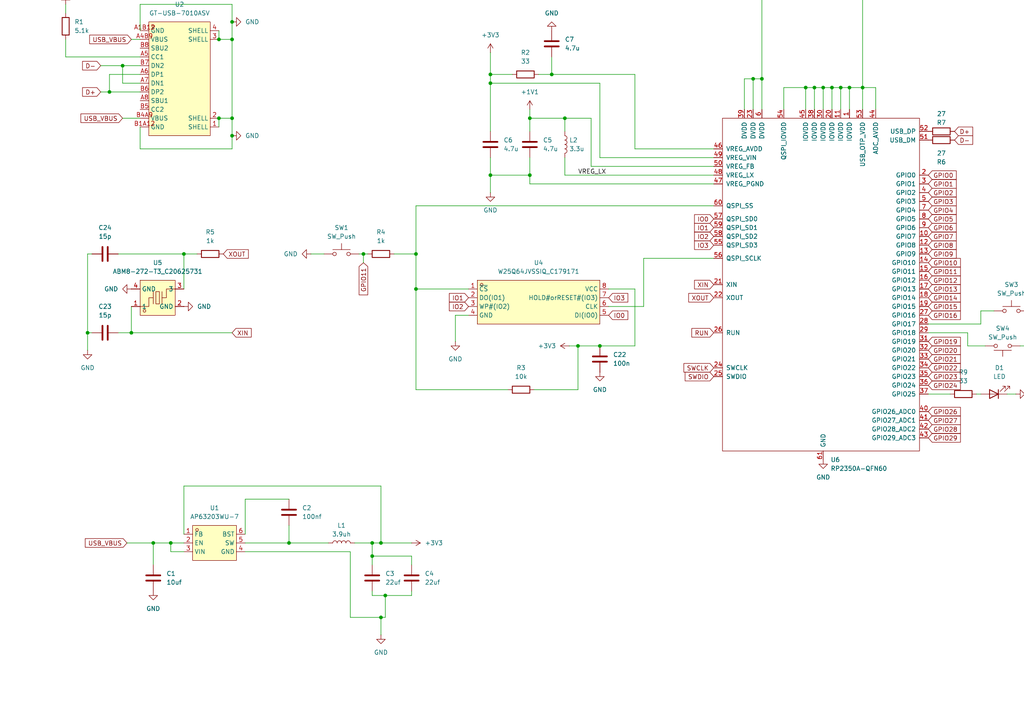
<source format=kicad_sch>
(kicad_sch (version 20250114) (generator "eeschema") (generator_version "9.0")
  (paper "A4")
  (junction (at 63.5 11.43))
  (junction (at 142.24 21.59))
  (junction (at 160.02 21.59))
  (junction (at 377.19 -20.32))
  (junction (at 142.24 24.13))
  (junction (at 107.95 157.48))
  (junction (at 120.65 73.66))
  (junction (at 173.99 100.33))
  (junction (at 238.76 25.4))
  (junction (at 105.41 73.66))
  (junction (at 63.5 34.29))
  (junction (at 31.75 26.67))
  (junction (at 67.31 34.29))
  (junction (at 153.67 50.8))
  (junction (at 35.56 19.05))
  (junction (at 167.64 100.33))
  (junction (at 111.76 172.72))
  (junction (at 53.34 73.66))
  (junction (at 250.19 25.4))
  (junction (at 331.47 -20.32))
  (junction (at 49.53 157.48))
  (junction (at 67.31 6.35))
  (junction (at 107.95 161.29))
  (junction (at 354.33 -20.32))
  (junction (at 331.47 -27.94))
  (junction (at 83.82 157.48))
  (junction (at 297.18 -20.32))
  (junction (at 354.33 -27.94))
  (junction (at 365.76 -27.94))
  (junction (at 38.1 96.52))
  (junction (at 25.4 96.52))
  (junction (at 205.74 -25.4))
  (junction (at 342.9 -20.32))
  (junction (at 120.65 83.82))
  (junction (at 342.9 -27.94))
  (junction (at 110.49 157.48))
  (junction (at 255.27 -26.67))
  (junction (at 241.3 25.4))
  (junction (at 308.61 -20.32))
  (junction (at 320.04 -27.94))
  (junction (at 320.04 -20.32))
  (junction (at 142.24 50.8))
  (junction (at 220.98 22.86))
  (junction (at 205.74 -44.45))
  (junction (at 193.04 -25.4))
  (junction (at 308.61 -27.94))
  (junction (at 243.84 25.4))
  (junction (at 236.22 25.4))
  (junction (at 44.45 157.48))
  (junction (at 238.76 -44.45))
  (junction (at 163.83 34.29))
  (junction (at 67.31 11.43))
  (junction (at 246.38 25.4))
  (junction (at 274.32 -27.94))
  (junction (at 110.49 179.07))
  (junction (at 218.44 22.86))
  (junction (at 365.76 -20.32))
  (junction (at 67.31 39.37))
  (junction (at 297.18 -27.94))
  (junction (at 153.67 34.29))
  (junction (at 218.44 -44.45))
  (junction (at 233.68 25.4))
  (wire (pts (xy 132.08 91.44) (xy 135.89 91.44)))
  (wire (pts (xy 38.1 96.52) (xy 38.1 88.9)))
  (wire (pts (xy 274.32 -20.32) (xy 297.18 -20.32)))
  (wire (pts (xy 142.24 50.8) (xy 142.24 45.72)))
  (wire (pts (xy 120.65 59.69) (xy 207.01 59.69)))
  (wire (pts (xy 29.21 19.05) (xy 35.56 19.05)))
  (wire (pts (xy 254 25.4) (xy 254 31.75)))
  (wire (pts (xy 205.74 -44.45) (xy 193.04 -44.45)))
  (wire (pts (xy 71.12 160.02) (xy 101.6 160.02)))
  (wire (pts (xy 205.74 -44.45) (xy 205.74 -36.83)))
  (wire (pts (xy 176.53 83.82) (xy 184.15 83.82)))
  (wire (pts (xy 160.02 21.59) (xy 184.15 21.59)))
  (wire (pts (xy 71.12 144.78) (xy 83.82 144.78)))
  (wire (pts (xy 119.38 163.83) (xy 119.38 161.29)))
  (wire (pts (xy 35.56 34.29) (xy 40.64 34.29)))
  (wire (pts (xy 165.1 100.33) (xy 167.64 100.33)))
  (wire (pts (xy 67.31 34.29) (xy 63.5 34.29)))
  (wire (pts (xy 342.9 -27.94) (xy 354.33 -27.94)))
  (wire (pts (xy 67.31 39.37) (xy 67.31 34.29)))
  (wire (pts (xy 40.64 8.89) (xy 40.64 1.27)))
  (wire (pts (xy 283.21 114.3) (xy 284.48 114.3)))
  (wire (pts (xy 107.95 172.72) (xy 107.95 171.45)))
  (wire (pts (xy 238.76 -44.45) (xy 218.44 -44.45)))
  (wire (pts (xy 215.9 31.75) (xy 215.9 22.86)))
  (wire (pts (xy 320.04 -27.94) (xy 331.47 -27.94)))
  (wire (pts (xy 142.24 15.24) (xy 142.24 21.59)))
  (wire (pts (xy 238.76 25.4) (xy 241.3 25.4)))
  (wire (pts (xy 153.67 50.8) (xy 142.24 50.8)))
  (wire (pts (xy 354.33 -27.94) (xy 365.76 -27.94)))
  (wire (pts (xy 19.05 1.27) (xy 19.05 3.81)))
  (wire (pts (xy 207.01 74.93) (xy 186.69 74.93)))
  (wire (pts (xy 205.74 -25.4) (xy 193.04 -25.4)))
  (wire (pts (xy 167.64 113.03) (xy 167.64 100.33)))
  (wire (pts (xy 331.47 -27.94) (xy 342.9 -27.94)))
  (wire (pts (xy 171.45 48.26) (xy 207.01 48.26)))
  (wire (pts (xy 153.67 53.34) (xy 153.67 50.8)))
  (wire (pts (xy 101.6 179.07) (xy 110.49 179.07)))
  (wire (pts (xy 40.64 24.13) (xy 35.56 24.13)))
  (wire (pts (xy 107.95 161.29) (xy 107.95 163.83)))
  (wire (pts (xy 284.48 90.17) (xy 284.48 93.98)))
  (wire (pts (xy 40.64 1.27) (xy 67.31 1.27)))
  (wire (pts (xy 67.31 1.27) (xy 67.31 6.35)))
  (wire (pts (xy 184.15 83.82) (xy 184.15 100.33)))
  (wire (pts (xy 142.24 24.13) (xy 142.24 38.1)))
  (wire (pts (xy 280.67 96.52) (xy 269.24 96.52)))
  (wire (pts (xy 270.51 -26.67) (xy 270.51 -27.94)))
  (wire (pts (xy 205.74 -29.21) (xy 205.74 -25.4)))
  (wire (pts (xy 388.62 -20.32) (xy 388.62 -16.51)))
  (wire (pts (xy 110.49 157.48) (xy 119.38 157.48)))
  (wire (pts (xy 207.01 45.72) (xy 173.99 45.72)))
  (wire (pts (xy 184.15 43.18) (xy 184.15 21.59)))
  (wire (pts (xy 83.82 157.48) (xy 95.25 157.48)))
  (wire (pts (xy 25.4 96.52) (xy 25.4 73.66)))
  (wire (pts (xy 63.5 34.29) (xy 63.5 36.83)))
  (wire (pts (xy 142.24 50.8) (xy 142.24 55.88)))
  (wire (pts (xy 255.27 -26.67) (xy 270.51 -26.67)))
  (wire (pts (xy 107.95 157.48) (xy 110.49 157.48)))
  (wire (pts (xy 220.98 22.86) (xy 220.98 -8.89)))
  (wire (pts (xy 218.44 -44.45) (xy 218.44 -36.83)))
  (wire (pts (xy 53.34 83.82) (xy 53.34 73.66)))
  (wire (pts (xy 107.95 157.48) (xy 102.87 157.48)))
  (wire (pts (xy 207.01 53.34) (xy 153.67 53.34)))
  (wire (pts (xy 233.68 25.4) (xy 236.22 25.4)))
  (wire (pts (xy 163.83 50.8) (xy 207.01 50.8)))
  (wire (pts (xy 167.64 100.33) (xy 173.99 100.33)))
  (wire (pts (xy 250.19 25.4) (xy 250.19 -26.67)))
  (wire (pts (xy 111.76 172.72) (xy 107.95 172.72)))
  (wire (pts (xy 294.64 114.3) (xy 292.1 114.3)))
  (wire (pts (xy 142.24 21.59) (xy 148.59 21.59)))
  (wire (pts (xy 132.08 99.06) (xy 132.08 91.44)))
  (wire (pts (xy 193.04 -25.4) (xy 193.04 -29.21)))
  (wire (pts (xy 40.64 43.18) (xy 67.31 43.18)))
  (wire (pts (xy 40.64 16.51) (xy 19.05 16.51)))
  (wire (pts (xy 331.47 -20.32) (xy 342.9 -20.32)))
  (wire (pts (xy 53.34 140.97) (xy 110.49 140.97)))
  (wire (pts (xy 298.45 90.17) (xy 303.53 90.17)))
  (wire (pts (xy 238.76 -8.89) (xy 238.76 -44.45)))
  (wire (pts (xy 156.21 21.59) (xy 160.02 21.59)))
  (wire (pts (xy 19.05 16.51) (xy 19.05 11.43)))
  (wire (pts (xy 255.27 -27.94) (xy 255.27 -26.67)))
  (wire (pts (xy 354.33 -20.32) (xy 365.76 -20.32)))
  (wire (pts (xy 67.31 96.52) (xy 38.1 96.52)))
  (wire (pts (xy 44.45 157.48) (xy 44.45 163.83)))
  (wire (pts (xy 63.5 11.43) (xy 67.31 11.43)))
  (wire (pts (xy 284.48 93.98) (xy 269.24 93.98)))
  (wire (pts (xy 284.48 90.17) (xy 288.29 90.17)))
  (wire (pts (xy 53.34 157.48) (xy 49.53 157.48)))
  (wire (pts (xy 34.29 73.66) (xy 53.34 73.66)))
  (wire (pts (xy 120.65 83.82) (xy 120.65 113.03)))
  (wire (pts (xy 218.44 22.86) (xy 218.44 31.75)))
  (wire (pts (xy 110.49 179.07) (xy 110.49 184.15)))
  (wire (pts (xy 173.99 45.72) (xy 173.99 24.13)))
  (wire (pts (xy 25.4 96.52) (xy 25.4 101.6)))
  (wire (pts (xy 83.82 157.48) (xy 83.82 152.4)))
  (wire (pts (xy 365.76 -20.32) (xy 377.19 -20.32)))
  (wire (pts (xy 207.01 43.18) (xy 184.15 43.18)))
  (wire (pts (xy 35.56 24.13) (xy 35.56 19.05)))
  (wire (pts (xy 215.9 22.86) (xy 218.44 22.86)))
  (wire (pts (xy 173.99 24.13) (xy 142.24 24.13)))
  (wire (pts (xy 53.34 154.94) (xy 53.34 140.97)))
  (wire (pts (xy 31.75 21.59) (xy 31.75 26.67)))
  (wire (pts (xy 67.31 43.18) (xy 67.31 39.37)))
  (wire (pts (xy 31.75 26.67) (xy 40.64 26.67)))
  (wire (pts (xy 218.44 -25.4) (xy 205.74 -25.4)))
  (wire (pts (xy 365.76 -27.94) (xy 377.19 -27.94)))
  (wire (pts (xy 90.17 73.66) (xy 93.98 73.66)))
  (wire (pts (xy 227.33 31.75) (xy 227.33 25.4)))
  (wire (pts (xy 238.76 25.4) (xy 236.22 25.4)))
  (wire (pts (xy 160.02 21.59) (xy 160.02 16.51)))
  (wire (pts (xy 119.38 172.72) (xy 119.38 171.45)))
  (wire (pts (xy 297.18 -20.32) (xy 308.61 -20.32)))
  (wire (pts (xy 67.31 11.43) (xy 67.31 34.29)))
  (wire (pts (xy 342.9 -20.32) (xy 354.33 -20.32)))
  (wire (pts (xy 270.51 -27.94) (xy 274.32 -27.94)))
  (wire (pts (xy 71.12 157.48) (xy 83.82 157.48)))
  (wire (pts (xy 104.14 73.66) (xy 105.41 73.66)))
  (wire (pts (xy 105.41 73.66) (xy 105.41 76.2)))
  (wire (pts (xy 236.22 25.4) (xy 236.22 31.75)))
  (wire (pts (xy 193.04 -44.45) (xy 193.04 -36.83)))
  (wire (pts (xy 218.44 -44.45) (xy 205.74 -44.45)))
  (wire (pts (xy 163.83 34.29) (xy 163.83 38.1)))
  (wire (pts (xy 250.19 -26.67) (xy 255.27 -26.67)))
  (wire (pts (xy 49.53 157.48) (xy 44.45 157.48)))
  (wire (pts (xy 153.67 38.1) (xy 153.67 34.29)))
  (wire (pts (xy 153.67 31.75) (xy 153.67 34.29)))
  (wire (pts (xy 26.67 96.52) (xy 25.4 96.52)))
  (wire (pts (xy 153.67 45.72) (xy 153.67 50.8)))
  (wire (pts (xy 275.59 114.3) (xy 269.24 114.3)))
  (wire (pts (xy 38.1 96.52) (xy 34.29 96.52)))
  (wire (pts (xy 153.67 34.29) (xy 163.83 34.29)))
  (wire (pts (xy 120.65 113.03) (xy 147.32 113.03)))
  (wire (pts (xy 186.69 88.9) (xy 176.53 88.9)))
  (wire (pts (xy 280.67 100.33) (xy 280.67 96.52)))
  (wire (pts (xy 120.65 73.66) (xy 120.65 83.82)))
  (wire (pts (xy 105.41 73.66) (xy 106.68 73.66)))
  (wire (pts (xy 142.24 21.59) (xy 142.24 24.13)))
  (wire (pts (xy 246.38 25.4) (xy 250.19 25.4)))
  (wire (pts (xy 171.45 34.29) (xy 171.45 48.26)))
  (wire (pts (xy 29.21 26.67) (xy 31.75 26.67)))
  (wire (pts (xy 241.3 25.4) (xy 243.84 25.4)))
  (wire (pts (xy 233.68 25.4) (xy 233.68 31.75)))
  (wire (pts (xy 49.53 160.02) (xy 49.53 157.48)))
  (wire (pts (xy 119.38 172.72) (xy 111.76 172.72)))
  (wire (pts (xy 154.94 113.03) (xy 167.64 113.03)))
  (wire (pts (xy 101.6 160.02) (xy 101.6 179.07)))
  (wire (pts (xy 40.64 36.83) (xy 40.64 43.18)))
  (wire (pts (xy 25.4 73.66) (xy 26.67 73.66)))
  (wire (pts (xy 120.65 73.66) (xy 120.65 59.69)))
  (wire (pts (xy 297.18 -27.94) (xy 308.61 -27.94)))
  (wire (pts (xy 107.95 157.48) (xy 107.95 161.29)))
  (wire (pts (xy 36.83 157.48) (xy 44.45 157.48)))
  (wire (pts (xy 63.5 8.89) (xy 63.5 11.43)))
  (wire (pts (xy 246.38 25.4) (xy 246.38 31.75)))
  (wire (pts (xy 250.19 25.4) (xy 250.19 31.75)))
  (wire (pts (xy 111.76 172.72) (xy 111.76 179.07)))
  (wire (pts (xy 218.44 -29.21) (xy 218.44 -25.4)))
  (wire (pts (xy 243.84 25.4) (xy 243.84 31.75)))
  (wire (pts (xy 71.12 154.94) (xy 71.12 144.78)))
  (wire (pts (xy 280.67 100.33) (xy 285.75 100.33)))
  (wire (pts (xy 53.34 160.02) (xy 49.53 160.02)))
  (wire (pts (xy 220.98 -8.89) (xy 238.76 -8.89)))
  (wire (pts (xy 377.19 -20.32) (xy 388.62 -20.32)))
  (wire (pts (xy 186.69 -25.4) (xy 193.04 -25.4)))
  (wire (pts (xy 135.89 83.82) (xy 120.65 83.82)))
  (wire (pts (xy 238.76 31.75) (xy 238.76 25.4)))
  (wire (pts (xy 53.34 73.66) (xy 57.15 73.66)))
  (wire (pts (xy 163.83 45.72) (xy 163.83 50.8)))
  (wire (pts (xy 218.44 22.86) (xy 220.98 22.86)))
  (wire (pts (xy 173.99 100.33) (xy 184.15 100.33)))
  (wire (pts (xy 238.76 -50.8) (xy 238.76 -44.45)))
  (wire (pts (xy 38.1 11.43) (xy 40.64 11.43)))
  (wire (pts (xy 308.61 -27.94) (xy 320.04 -27.94)))
  (wire (pts (xy 119.38 161.29) (xy 107.95 161.29)))
  (wire (pts (xy 241.3 25.4) (xy 241.3 31.75)))
  (wire (pts (xy 220.98 31.75) (xy 220.98 22.86)))
  (wire (pts (xy 274.32 -27.94) (xy 297.18 -27.94)))
  (wire (pts (xy 186.69 74.93) (xy 186.69 88.9)))
  (wire (pts (xy 40.64 21.59) (xy 31.75 21.59)))
  (wire (pts (xy 110.49 140.97) (xy 110.49 157.48)))
  (wire (pts (xy 295.91 100.33) (xy 299.72 100.33)))
  (wire (pts (xy 320.04 -20.32) (xy 331.47 -20.32)))
  (wire (pts (xy 250.19 25.4) (xy 254 25.4)))
  (wire (pts (xy 227.33 25.4) (xy 233.68 25.4)))
  (wire (pts (xy 114.3 73.66) (xy 120.65 73.66)))
  (wire (pts (xy 111.76 179.07) (xy 110.49 179.07)))
  (wire (pts (xy 35.56 19.05) (xy 40.64 19.05)))
  (wire (pts (xy 243.84 25.4) (xy 246.38 25.4)))
  (wire (pts (xy 308.61 -20.32) (xy 320.04 -20.32)))
  (wire (pts (xy 171.45 34.29) (xy 163.83 34.29)))
  (wire (pts (xy 67.31 6.35) (xy 67.31 11.43)))
  (label "VREG_LX" (at 167.64 50.8 0))
  (global_label "GPIO28" (shape input) (at 269.24 124.46 0) (property "Intersheetrefs" "${INTERSHEET_REFS}" (effects (hide yes))))
  (global_label "GPIO1" (shape input) (at 269.24 53.34 0) (property "Intersheetrefs" "${INTERSHEET_REFS}" (effects (hide yes))))
  (global_label "GPIO11" (shape input) (at 105.41 76.2 270) (property "Intersheetrefs" "${INTERSHEET_REFS}" (effects (hide yes))))
  (global_label "GPIO14" (shape input) (at 269.24 86.36 0) (property "Intersheetrefs" "${INTERSHEET_REFS}" (effects (hide yes))))
  (global_label "GPIO21" (shape input) (at 393.7 125.73 0) (property "Intersheetrefs" "${INTERSHEET_REFS}" (effects (hide yes))))
  (global_label "GPIO9" (shape input) (at 269.24 73.66 0) (property "Intersheetrefs" "${INTERSHEET_REFS}" (effects (hide yes))))
  (global_label "GPIO8" (shape input) (at 330.2 146.05 0) (property "Intersheetrefs" "${INTERSHEET_REFS}" (effects (hide yes))))
  (global_label "GPIO11" (shape input) (at 330.2 156.21 0) (property "Intersheetrefs" "${INTERSHEET_REFS}" (effects (hide yes))))
  (global_label "GPIO23" (shape input) (at 393.7 120.65 0) (property "Intersheetrefs" "${INTERSHEET_REFS}" (effects (hide yes))))
  (global_label "GPIO24" (shape input) (at 393.7 118.11 0) (property "Intersheetrefs" "${INTERSHEET_REFS}" (effects (hide yes))))
  (global_label "GPIO20" (shape input) (at 393.7 133.35 0) (property "Intersheetrefs" "${INTERSHEET_REFS}" (effects (hide yes))))
  (global_label "USB_VBUS" (shape input) (at 393.7 156.21 0) (property "Intersheetrefs" "${INTERSHEET_REFS}" (effects (hide yes))))
  (global_label "GPIO5" (shape input) (at 269.24 63.5 0) (property "Intersheetrefs" "${INTERSHEET_REFS}" (effects (hide yes))))
  (global_label "IO3" (shape input) (at 207.01 71.12 180) (property "Intersheetrefs" "${INTERSHEET_REFS}" (effects (hide yes))))
  (global_label "GPIO29" (shape input) (at 393.7 105.41 0) (property "Intersheetrefs" "${INTERSHEET_REFS}" (effects (hide yes))))
  (global_label "IO0" (shape input) (at 176.53 91.44 0) (property "Intersheetrefs" "${INTERSHEET_REFS}" (effects (hide yes))))
  (global_label "XOUT" (shape input) (at 64.77 73.66 0) (property "Intersheetrefs" "${INTERSHEET_REFS}" (effects (hide yes))))
  (global_label "GPIO10" (shape input) (at 330.2 153.67 0) (property "Intersheetrefs" "${INTERSHEET_REFS}" (effects (hide yes))))
  (global_label "GPIO26" (shape input) (at 269.24 119.38 0) (property "Intersheetrefs" "${INTERSHEET_REFS}" (effects (hide yes))))
  (global_label "GPIO15" (shape input) (at 269.24 88.9 0) (property "Intersheetrefs" "${INTERSHEET_REFS}" (effects (hide yes))))
  (global_label "XOUT" (shape input) (at 207.01 86.36 180) (property "Intersheetrefs" "${INTERSHEET_REFS}" (effects (hide yes))))
  (global_label "GPIO10" (shape input) (at 269.24 76.2 0) (property "Intersheetrefs" "${INTERSHEET_REFS}" (effects (hide yes))))
  (global_label "GPIO6" (shape input) (at 330.2 140.97 0) (property "Intersheetrefs" "${INTERSHEET_REFS}" (effects (hide yes))))
  (global_label "GPIO2" (shape input) (at 269.24 55.88 0) (property "Intersheetrefs" "${INTERSHEET_REFS}" (effects (hide yes))))
  (global_label "GPIO3" (shape input) (at 269.24 58.42 0) (property "Intersheetrefs" "${INTERSHEET_REFS}" (effects (hide yes))))
  (global_label "SWCLK" (shape input) (at 207.01 106.68 180) (property "Intersheetrefs" "${INTERSHEET_REFS}" (effects (hide yes))))
  (global_label "GPIO7" (shape input) (at 330.2 143.51 0) (property "Intersheetrefs" "${INTERSHEET_REFS}" (effects (hide yes))))
  (global_label "USB_VBUS" (shape input) (at 330.2 166.37 0) (property "Intersheetrefs" "${INTERSHEET_REFS}" (effects (hide yes))))
  (global_label "GPIO1" (shape input) (at 330.2 123.19 0) (property "Intersheetrefs" "${INTERSHEET_REFS}" (effects (hide yes))))
  (global_label "D-" (shape input) (at 29.21 19.05 180) (property "Intersheetrefs" "${INTERSHEET_REFS}" (effects (hide yes))))
  (global_label "GPIO11" (shape input) (at 269.24 78.74 0) (property "Intersheetrefs" "${INTERSHEET_REFS}" (effects (hide yes))))
  (global_label "GPIO0" (shape input) (at 330.2 120.65 0) (property "Intersheetrefs" "${INTERSHEET_REFS}" (effects (hide yes))))
  (global_label "GPIO19" (shape input) (at 393.7 130.81 0) (property "Intersheetrefs" "${INTERSHEET_REFS}" (effects (hide yes))))
  (global_label "GPIO2" (shape input) (at 330.2 128.27 0) (property "Intersheetrefs" "${INTERSHEET_REFS}" (effects (hide yes))))
  (global_label "USB_VBUS" (shape input) (at 36.83 157.48 180) (property "Intersheetrefs" "${INTERSHEET_REFS}" (effects (hide yes))))
  (global_label "GPIO28" (shape input) (at 393.7 107.95 0) (property "Intersheetrefs" "${INTERSHEET_REFS}" (effects (hide yes))))
  (global_label "USB_VBUS" (shape input) (at 38.1 11.43 180) (property "Intersheetrefs" "${INTERSHEET_REFS}" (effects (hide yes))))
  (global_label "D-" (shape input) (at 276.86 40.64 0) (property "Intersheetrefs" "${INTERSHEET_REFS}" (effects (hide yes))))
  (global_label "D+" (shape input) (at 276.86 38.1 0) (property "Intersheetrefs" "${INTERSHEET_REFS}" (effects (hide yes))))
  (global_label "GPIO24" (shape input) (at 269.24 111.76 0) (property "Intersheetrefs" "${INTERSHEET_REFS}" (effects (hide yes))))
  (global_label "GPIO29" (shape input) (at 269.24 127 0) (property "Intersheetrefs" "${INTERSHEET_REFS}" (effects (hide yes))))
  (global_label "GPIO15" (shape input) (at 393.7 146.05 0) (property "Intersheetrefs" "${INTERSHEET_REFS}" (effects (hide yes))))
  (global_label "IO3" (shape input) (at 176.53 86.36 0) (property "Intersheetrefs" "${INTERSHEET_REFS}" (effects (hide yes))))
  (global_label "RUN" (shape input) (at 207.01 96.52 180) (property "Intersheetrefs" "${INTERSHEET_REFS}" (effects (hide yes))))
  (global_label "GPIO0" (shape input) (at 269.24 50.8 0) (property "Intersheetrefs" "${INTERSHEET_REFS}" (effects (hide yes))))
  (global_label "IO1" (shape input) (at 207.01 66.04 180) (property "Intersheetrefs" "${INTERSHEET_REFS}" (effects (hide yes))))
  (global_label "SWCLK" (shape input) (at 393.7 143.51 0) (property "Intersheetrefs" "${INTERSHEET_REFS}" (effects (hide yes))))
  (global_label "GPIO4" (shape input) (at 269.24 60.96 0) (property "Intersheetrefs" "${INTERSHEET_REFS}" (effects (hide yes))))
  (global_label "GPIO8" (shape input) (at 269.24 71.12 0) (property "Intersheetrefs" "${INTERSHEET_REFS}" (effects (hide yes))))
  (global_label "GPIO26" (shape input) (at 393.7 113.03 0) (property "Intersheetrefs" "${INTERSHEET_REFS}" (effects (hide yes))))
  (global_label "GPIO22" (shape input) (at 393.7 123.19 0) (property "Intersheetrefs" "${INTERSHEET_REFS}" (effects (hide yes))))
  (global_label "XIN" (shape input) (at 67.31 96.52 0) (property "Intersheetrefs" "${INTERSHEET_REFS}" (effects (hide yes))))
  (global_label "USB_VBUS" (shape input) (at 35.56 34.29 180) (property "Intersheetrefs" "${INTERSHEET_REFS}" (effects (hide yes))))
  (global_label "SWDIO" (shape input) (at 393.7 138.43 0) (property "Intersheetrefs" "${INTERSHEET_REFS}" (effects (hide yes))))
  (global_label "GPIO7" (shape input) (at 269.24 68.58 0) (property "Intersheetrefs" "${INTERSHEET_REFS}" (effects (hide yes))))
  (global_label "GPIO3" (shape input) (at 330.2 130.81 0) (property "Intersheetrefs" "${INTERSHEET_REFS}" (effects (hide yes))))
  (global_label "GPIO9" (shape input) (at 330.2 148.59 0) (property "Intersheetrefs" "${INTERSHEET_REFS}" (effects (hide yes))))
  (global_label "GPIO12" (shape input) (at 269.24 81.28 0) (property "Intersheetrefs" "${INTERSHEET_REFS}" (effects (hide yes))))
  (global_label "GPIO13" (shape input) (at 393.7 151.13 0) (property "Intersheetrefs" "${INTERSHEET_REFS}" (effects (hide yes))))
  (global_label "GPIO27" (shape input) (at 269.24 121.92 0) (property "Intersheetrefs" "${INTERSHEET_REFS}" (effects (hide yes))))
  (global_label "GPIO16" (shape input) (at 393.7 135.89 0) (property "Intersheetrefs" "${INTERSHEET_REFS}" (effects (hide yes))))
  (global_label "GPIO5" (shape input) (at 330.2 135.89 0) (property "Intersheetrefs" "${INTERSHEET_REFS}" (effects (hide yes))))
  (global_label "GPIO4" (shape input) (at 330.2 133.35 0) (property "Intersheetrefs" "${INTERSHEET_REFS}" (effects (hide yes))))
  (global_label "RUN" (shape input) (at 330.2 161.29 0) (property "Intersheetrefs" "${INTERSHEET_REFS}" (effects (hide yes))))
  (global_label "GPIO23" (shape input) (at 269.24 109.22 0) (property "Intersheetrefs" "${INTERSHEET_REFS}" (effects (hide yes))))
  (global_label "XIN" (shape input) (at 207.01 82.55 180) (property "Intersheetrefs" "${INTERSHEET_REFS}" (effects (hide yes))))
  (global_label "GPIO16" (shape input) (at 269.24 91.44 0) (property "Intersheetrefs" "${INTERSHEET_REFS}" (effects (hide yes))))
  (global_label "GPIO19" (shape input) (at 269.24 99.06 0) (property "Intersheetrefs" "${INTERSHEET_REFS}" (effects (hide yes))))
  (global_label "GPIO14" (shape input) (at 393.7 148.59 0) (property "Intersheetrefs" "${INTERSHEET_REFS}" (effects (hide yes))))
  (global_label "IO0" (shape input) (at 207.01 63.5 180) (property "Intersheetrefs" "${INTERSHEET_REFS}" (effects (hide yes))))
  (global_label "GPIO20" (shape input) (at 269.24 101.6 0) (property "Intersheetrefs" "${INTERSHEET_REFS}" (effects (hide yes))))
  (global_label "IO2" (shape input) (at 207.01 68.58 180) (property "Intersheetrefs" "${INTERSHEET_REFS}" (effects (hide yes))))
  (global_label "IO1" (shape input) (at 135.89 86.36 180) (property "Intersheetrefs" "${INTERSHEET_REFS}" (effects (hide yes))))
  (global_label "GPIO22" (shape input) (at 269.24 106.68 0) (property "Intersheetrefs" "${INTERSHEET_REFS}" (effects (hide yes))))
  (global_label "IO2" (shape input) (at 135.89 88.9 180) (property "Intersheetrefs" "${INTERSHEET_REFS}" (effects (hide yes))))
  (global_label "D+" (shape input) (at 29.21 26.67 180) (property "Intersheetrefs" "${INTERSHEET_REFS}" (effects (hide yes))))
  (global_label "GPIO12" (shape input) (at 330.2 158.75 0) (property "Intersheetrefs" "${INTERSHEET_REFS}" (effects (hide yes))))
  (global_label "GPIO6" (shape input) (at 269.24 66.04 0) (property "Intersheetrefs" "${INTERSHEET_REFS}" (effects (hide yes))))
  (global_label "GPIO13" (shape input) (at 269.24 83.82 0) (property "Intersheetrefs" "${INTERSHEET_REFS}" (effects (hide yes))))
  (global_label "SWDIO" (shape input) (at 207.01 109.22 180) (property "Intersheetrefs" "${INTERSHEET_REFS}" (effects (hide yes))))
  (global_label "GPIO21" (shape input) (at 269.24 104.14 0) (property "Intersheetrefs" "${INTERSHEET_REFS}" (effects (hide yes))))
  (symbol (lib_id "Device:C") (at 320.04 -24.13 0) (unit 1)
    (property "Reference" "C15" (at 323.85 -25.4001 0) (effects (justify left)))
    (property "Value" "100n" (at 323.85 -22.8601 0) (effects (justify left)))
    (property "Footprint" "Capacitor_SMD:C_0402_1005Metric" (effects (hide yes)))
    (property "Description" "Unpolarized capacitor" (effects (hide yes)))
  )
  (symbol (lib_id "power:GND") (at 330.2 151.13 90) (unit 1)
    (property "Reference" "#PWR034" (effects (hide yes)))
    (property "Value" "GND" (at 334.01 151.1299 90) (effects (justify right)))
    (property "Description" "Power symbol creates a global label with name \"GND\" , ground" (effects (hide yes)))
  )
  (symbol (lib_id "power:+3V3") (at 119.38 157.48 270) (unit 1)
    (property "Reference" "#PWR08" (effects (hide yes)))
    (property "Value" "+3V3" (at 123.19 157.4799 90) (effects (justify left)))
    (property "Description" "Power symbol creates a global label with name \"+3V3\"" (effects (hide yes)))
  )
  (symbol (lib_id "power:GND") (at 330.2 138.43 90) (unit 1)
    (property "Reference" "#PWR033" (effects (hide yes)))
    (property "Value" "GND" (at 334.01 138.4299 90) (effects (justify right)))
    (property "Description" "Power symbol creates a global label with name \"GND\" , ground" (effects (hide yes)))
  )
  (symbol (lib_id "Device:C") (at 142.24 41.91 0) (unit 1)
    (property "Reference" "C6" (at 146.05 40.6399 0) (effects (justify left)))
    (property "Value" "4.7u" (at 146.05 43.1799 0) (effects (justify left)))
    (property "Footprint" "RP2350_60QFN_minimal:C_0402_1005Metric_small_pads" (effects (hide yes)))
    (property "Description" "Unpolarized capacitor" (effects (hide yes)))
  )
  (symbol (lib_id "power:GND") (at 330.2 125.73 90) (unit 1)
    (property "Reference" "#PWR032" (effects (hide yes)))
    (property "Value" "GND" (at 334.01 125.7299 90) (effects (justify right)))
    (property "Description" "Power symbol creates a global label with name \"GND\" , ground" (effects (hide yes)))
  )
  (symbol (lib_id "power:+1V1") (at 238.76 -50.8 0) (unit 1)
    (property "Reference" "#PWR011" (effects (hide yes)))
    (property "Value" "+1V1" (at 238.76 -55.88 0))
    (property "Description" "Power symbol creates a global label with name \"+1V1\"" (effects (hide yes)))
  )
  (symbol (lib_id "power:GND") (at 173.99 107.95 0) (unit 1)
    (property "Reference" "#PWR017" (effects (hide yes)))
    (property "Value" "GND" (at 173.99 113.03 0))
    (property "Description" "Power symbol creates a global label with name \"GND\" , ground" (effects (hide yes)))
  )
  (symbol (lib_id "power:GND") (at 53.34 88.9 90) (unit 1)
    (property "Reference" "#PWR019" (effects (hide yes)))
    (property "Value" "GND" (at 57.15 88.8999 90) (effects (justify right)))
    (property "Description" "Power symbol creates a global label with name \"GND\" , ground" (effects (hide yes)))
  )
  (symbol (lib_id "power:+3V3") (at 142.24 15.24 0) (unit 1)
    (property "Reference" "#PWR09" (effects (hide yes)))
    (property "Value" "+3V3" (at 142.24 10.16 0))
    (property "Description" "Power symbol creates a global label with name \"+3V3\"" (effects (hide yes)))
  )
  (symbol (lib_id "Device:C") (at 83.82 148.59 0) (unit 1)
    (property "Reference" "C2" (at 87.63 147.3199 0) (effects (justify left)))
    (property "Value" "100nf" (at 87.63 149.8599 0) (effects (justify left)))
    (property "Footprint" "Capacitor_SMD:C_0402_1005Metric" (effects (hide yes)))
    (property "Description" "Unpolarized capacitor" (effects (hide yes)))
  )
  (symbol (lib_id "Device:R") (at 273.05 38.1 90) (unit 1)
    (property "Reference" "R7" (at 273.05 35.56 90))
    (property "Value" "27" (at 273.05 33.02 90))
    (property "Footprint" "Resistor_SMD:R_0402_1005Metric" (effects (hide yes)))
    (property "Description" "Resistor" (effects (hide yes)))
  )
  (symbol (lib_id "Device:C") (at 153.67 41.91 0) (unit 1)
    (property "Reference" "C5" (at 157.48 40.6399 0) (effects (justify left)))
    (property "Value" "4.7u" (at 157.48 43.1799 0) (effects (justify left)))
    (property "Footprint" "RP2350_60QFN_minimal:C_0402_1005Metric_small_pads" (effects (hide yes)))
    (property "Description" "Unpolarized capacitor" (effects (hide yes)))
  )
  (symbol (lib_id "Device:L") (at 163.83 41.91 0) (unit 1)
    (property "Reference" "L2" (at 165.1 40.6399 0) (effects (justify left)))
    (property "Value" "3.3u" (at 165.1 43.1799 0) (effects (justify left)))
    (property "Footprint" "caps:0603-special" (effects (hide yes)))
    (property "Description" "Inductor" (effects (hide yes)))
  )
  (symbol (lib_id "power:GND") (at 299.72 100.33 90) (unit 1)
    (property "Reference" "#PWR031" (effects (hide yes)))
    (property "Value" "GND" (at 303.53 100.3299 90) (effects (justify right)))
    (property "Description" "Power symbol creates a global label with name \"GND\" , ground" (effects (hide yes)))
  )
  (symbol (lib_id "power:GND") (at 186.69 -25.4 270) (unit 1)
    (property "Reference" "#PWR012" (effects (hide yes)))
    (property "Value" "GND" (at 182.88 -25.4001 90) (effects (justify right)))
    (property "Description" "Power symbol creates a global label with name \"GND\" , ground" (effects (hide yes)))
  )
  (symbol (lib_id "power:GND") (at 330.2 113.03 90) (unit 1)
    (property "Reference" "#PWR029" (effects (hide yes)))
    (property "Value" "GND" (at 334.01 113.0299 90) (effects (justify right)))
    (property "Description" "Power symbol creates a global label with name \"GND\" , ground" (effects (hide yes)))
  )
  (symbol (lib_id "Switch:SW_Push") (at 99.06 73.66 0) (unit 1)
    (property "Reference" "SW1" (at 99.06 66.04 0))
    (property "Value" "SW_Push" (at 99.06 68.58 0))
    (property "Footprint" "Button_Switch_Keyboard:SW_Cherry_MX_1.00u_Plate" (effects (hide yes)))
    (property "Description" "Push button switch, generic, two pins" (effects (hide yes)))
  )
  (symbol (lib_id "power:GND") (at 294.64 114.3 90) (unit 1)
    (property "Reference" "#PWR023" (effects (hide yes)))
    (property "Value" "GND" (at 298.45 114.2999 90) (effects (justify right)))
    (property "Description" "Power symbol creates a global label with name \"GND\" , ground" (effects (hide yes)))
  )
  (symbol (lib_id "Device:C") (at 205.74 -33.02 0) (unit 1)
    (property "Reference" "C9" (at 209.55 -34.2901 0) (effects (justify left)))
    (property "Value" "100n" (at 209.55 -31.7501 0) (effects (justify left)))
    (property "Footprint" "Capacitor_SMD:C_0402_1005Metric" (effects (hide yes)))
    (property "Description" "Unpolarized capacitor" (effects (hide yes)))
  )
  (symbol (lib_id "power:GND") (at 67.31 6.35 90) (unit 1)
    (property "Reference" "#PWR01" (effects (hide yes)))
    (property "Value" "GND" (at 71.12 6.3499 90) (effects (justify right)))
    (property "Description" "Power symbol creates a global label with name \"GND\" , ground" (effects (hide yes)))
  )
  (symbol (lib_id "Device:C") (at 193.04 -33.02 0) (unit 1)
    (property "Reference" "C10" (at 196.85 -34.2901 0) (effects (justify left)))
    (property "Value" "100n" (at 196.85 -31.7501 0) (effects (justify left)))
    (property "Footprint" "Capacitor_SMD:C_0402_1005Metric" (effects (hide yes)))
    (property "Description" "Unpolarized capacitor" (effects (hide yes)))
  )
  (symbol (lib_id "Device:C") (at 218.44 -33.02 0) (unit 1)
    (property "Reference" "C8" (at 222.25 -34.2901 0) (effects (justify left)))
    (property "Value" "100n" (at 222.25 -31.7501 0) (effects (justify left)))
    (property "Footprint" "Capacitor_SMD:C_0402_1005Metric" (effects (hide yes)))
    (property "Description" "Unpolarized capacitor" (effects (hide yes)))
  )
  (symbol (lib_id "power:GND") (at 393.7 140.97 90) (unit 1)
    (property "Reference" "#PWR027" (effects (hide yes)))
    (property "Value" "GND" (at 397.51 140.9699 90) (effects (justify right)))
    (property "Description" "Power symbol creates a global label with name \"GND\" , ground" (effects (hide yes)))
  )
  (symbol (lib_id "power:GND") (at 330.2 163.83 90) (unit 1)
    (property "Reference" "#PWR035" (effects (hide yes)))
    (property "Value" "GND" (at 334.01 163.8299 90) (effects (justify right)))
    (property "Description" "Power symbol creates a global label with name \"GND\" , ground" (effects (hide yes)))
  )
  (symbol (lib_id "power:GND") (at 90.17 73.66 270) (unit 1)
    (property "Reference" "#PWR018" (effects (hide yes)))
    (property "Value" "GND" (at 86.36 73.6599 90) (effects (justify right)))
    (property "Description" "Power symbol creates a global label with name \"GND\" , ground" (effects (hide yes)))
  )
  (symbol (lib_id "power:GND") (at 303.53 90.17 90) (unit 1)
    (property "Reference" "#PWR030" (effects (hide yes)))
    (property "Value" "GND" (at 307.34 90.1699 90) (effects (justify right)))
    (property "Description" "Power symbol creates a global label with name \"GND\" , ground" (effects (hide yes)))
  )
  (symbol (lib_id "power:GND") (at 19.05 1.27 180) (unit 1)
    (property "Reference" "#PWR03" (effects (hide yes)))
    (property "Value" "GND" (at 19.05 -3.81 0))
    (property "Description" "Power symbol creates a global label with name \"GND\" , ground" (effects (hide yes)))
  )
  (symbol (lib_id "Switch:SW_Push") (at 293.37 90.17 0) (unit 1)
    (property "Reference" "SW3" (at 293.37 82.55 0))
    (property "Value" "SW_Push" (at 293.37 85.09 0))
    (property "Footprint" "Button_Switch_Keyboard:SW_Cherry_MX_1.00u_Plate" (effects (hide yes)))
    (property "Description" "Push button switch, generic, two pins" (effects (hide yes)))
  )
  (symbol (lib_id "power:GND") (at 330.2 118.11 90) (unit 1)
    (property "Reference" "#PWR040" (effects (hide yes)))
    (property "Value" "GND" (at 334.01 118.1099 90) (effects (justify right)))
    (property "Description" "Power symbol creates a global label with name \"GND\" , ground" (effects (hide yes)))
  )
  (symbol (lib_id "power:GND") (at 388.62 -16.51 0) (unit 1)
    (property "Reference" "#PWR014" (effects (hide yes)))
    (property "Value" "GND" (at 388.62 -11.43 0))
    (property "Description" "Power symbol creates a global label with name \"GND\" , ground" (effects (hide yes)))
  )
  (symbol (lib_id "power:GND") (at 132.08 99.06 0) (unit 1)
    (property "Reference" "#PWR015" (effects (hide yes)))
    (property "Value" "GND" (at 132.08 104.14 0))
    (property "Description" "Power symbol creates a global label with name \"GND\" , ground" (effects (hide yes)))
  )
  (symbol (lib_id "Connector:Conn_01x23_Pin") (at 388.62 130.81 0) (unit 1)
    (property "Reference" "J2" (at 389.255 97.79 0))
    (property "Value" "Conn_01x23_Pin" (at 389.255 100.33 0))
    (property "Footprint" "Connector_PinHeader_2.54mm:PinHeader_1x23_P2.54mm_Vertical" (effects (hide yes)))
    (property "Description" "Generic connector, single row, 01x23, script generated" (effects (hide yes)))
  )
  (symbol (lib_id "Device:R") (at 110.49 73.66 270) (unit 1)
    (property "Reference" "R4" (at 110.49 67.31 90))
    (property "Value" "1k" (at 110.49 69.85 90))
    (property "Footprint" "Resistor_SMD:R_0402_1005Metric" (effects (hide yes)))
    (property "Description" "Resistor" (effects (hide yes)))
  )
  (symbol (lib_id "Device:C") (at 44.45 167.64 0) (unit 1)
    (property "Reference" "C1" (at 48.26 166.3699 0) (effects (justify left)))
    (property "Value" "10uf" (at 48.26 168.9099 0) (effects (justify left)))
    (property "Footprint" "Capacitor_SMD:C_0805_2012Metric" (effects (hide yes)))
    (property "Description" "Unpolarized capacitor" (effects (hide yes)))
  )
  (symbol (lib_id "power:GND") (at 393.7 128.27 90) (unit 1)
    (property "Reference" "#PWR026" (effects (hide yes)))
    (property "Value" "GND" (at 397.51 128.2699 90) (effects (justify right)))
    (property "Description" "Power symbol creates a global label with name \"GND\" , ground" (effects (hide yes)))
  )
  (symbol (lib_id "Device:C") (at 160.02 12.7 0) (unit 1)
    (property "Reference" "C7" (at 163.83 11.4299 0) (effects (justify left)))
    (property "Value" "4.7u" (at 163.83 13.9699 0) (effects (justify left)))
    (property "Footprint" "RP2350_60QFN_minimal:C_0402_1005Metric_small_pads" (effects (hide yes)))
    (property "Description" "Unpolarized capacitor" (effects (hide yes)))
  )
  (symbol (lib_id "Device:C") (at 331.47 -24.13 0) (unit 1)
    (property "Reference" "C16" (at 335.28 -25.4001 0) (effects (justify left)))
    (property "Value" "100n" (at 335.28 -22.8601 0) (effects (justify left)))
    (property "Footprint" "Capacitor_SMD:C_0402_1005Metric" (effects (hide yes)))
    (property "Description" "Unpolarized capacitor" (effects (hide yes)))
  )
  (symbol (lib_id "power:GND") (at 393.7 153.67 90) (unit 1)
    (property "Reference" "#PWR028" (effects (hide yes)))
    (property "Value" "GND" (at 397.51 153.6699 90) (effects (justify right)))
    (property "Description" "Power symbol creates a global label with name \"GND\" , ground" (effects (hide yes)))
  )
  (symbol (lib_id "power:+3V3") (at 255.27 -27.94 0) (unit 1)
    (property "Reference" "#PWR013" (effects (hide yes)))
    (property "Value" "+3V3" (at 255.27 -33.02 0))
    (property "Description" "Power symbol creates a global label with name \"+3V3\"" (effects (hide yes)))
  )
  (symbol (lib_id "power:GND") (at 67.31 39.37 90) (unit 1)
    (property "Reference" "#PWR02" (effects (hide yes)))
    (property "Value" "GND" (at 71.12 39.3699 90) (effects (justify right)))
    (property "Description" "Power symbol creates a global label with name \"GND\" , ground" (effects (hide yes)))
  )
  (symbol (lib_id "Device:R") (at 19.05 7.62 0) (unit 1)
    (property "Reference" "R1" (at 21.59 6.3499 0) (effects (justify left)))
    (property "Value" "5.1k" (at 21.59 8.8899 0) (effects (justify left)))
    (property "Footprint" "Resistor_SMD:R_0402_1005Metric" (effects (hide yes)))
    (property "Description" "Resistor" (effects (hide yes)))
  )
  (symbol (lib_id "Device:C") (at 173.99 104.14 0) (unit 1)
    (property "Reference" "C22" (at 177.8 102.8699 0) (effects (justify left)))
    (property "Value" "100n" (at 177.8 105.4099 0) (effects (justify left)))
    (property "Footprint" "Capacitor_SMD:C_0402_1005Metric" (effects (hide yes)))
    (property "Description" "Unpolarized capacitor" (effects (hide yes)))
  )
  (symbol (lib_id "Device:R") (at 151.13 113.03 90) (unit 1)
    (property "Reference" "R3" (at 151.13 106.68 90))
    (property "Value" "10k" (at 151.13 109.22 90))
    (property "Footprint" "Resistor_SMD:R_0402_1005Metric" (effects (hide yes)))
    (property "Description" "Resistor" (effects (hide yes)))
  )
  (symbol (lib_id "power:GND") (at 393.7 115.57 90) (unit 1)
    (property "Reference" "#PWR025" (effects (hide yes)))
    (property "Value" "GND" (at 397.51 115.5699 90) (effects (justify right)))
    (property "Description" "Power symbol creates a global label with name \"GND\" , ground" (effects (hide yes)))
  )
  (symbol (lib_id "power:GND") (at 110.49 184.15 0) (unit 1)
    (property "Reference" "#PWR05" (effects (hide yes)))
    (property "Value" "GND" (at 110.49 189.23 0))
    (property "Description" "Power symbol creates a global label with name \"GND\" , ground" (effects (hide yes)))
  )
  (symbol (lib_id "Connector:Conn_01x23_Pin") (at 325.12 140.97 0) (unit 1)
    (property "Reference" "J1" (at 325.755 107.95 0))
    (property "Value" "Conn_01x23_Pin" (at 325.755 110.49 0))
    (property "Footprint" "Connector_PinHeader_2.54mm:PinHeader_1x23_P2.54mm_Vertical" (effects (hide yes)))
    (property "Description" "Generic connector, single row, 01x23, script generated" (effects (hide yes)))
  )
  (symbol (lib_id "Device:R") (at 273.05 40.64 270) (unit 1)
    (property "Reference" "R6" (at 273.05 46.99 90))
    (property "Value" "27" (at 273.05 44.45 90))
    (property "Footprint" "Resistor_SMD:R_0402_1005Metric" (effects (hide yes)))
    (property "Description" "Resistor" (effects (hide yes)))
  )
  (symbol (lib_id "power:GND") (at 44.45 171.45 0) (unit 1)
    (property "Reference" "#PWR04" (effects (hide yes)))
    (property "Value" "GND" (at 44.45 176.53 0))
    (property "Description" "Power symbol creates a global label with name \"GND\" , ground" (effects (hide yes)))
  )
  (symbol (lib_id "Device:C") (at 107.95 167.64 0) (unit 1)
    (property "Reference" "C3" (at 111.76 166.3699 0) (effects (justify left)))
    (property "Value" "22uf" (at 111.76 168.9099 0) (effects (justify left)))
    (property "Footprint" "Capacitor_SMD:C_0603_1608Metric" (effects (hide yes)))
    (property "Description" "Unpolarized capacitor" (effects (hide yes)))
  )
  (symbol (lib_id "power:+1V1") (at 330.2 115.57 270) (unit 1)
    (property "Reference" "#PWR039" (effects (hide yes)))
    (property "Value" "+1V1" (at 334.01 115.5699 90) (effects (justify left)))
    (property "Description" "Power symbol creates a global label with name \"+1V1\"" (effects (hide yes)))
  )
  (symbol (lib_id "power:+3V3") (at 393.7 158.75 270) (unit 1)
    (property "Reference" "#PWR037" (effects (hide yes)))
    (property "Value" "+3V3" (at 397.51 158.7499 90) (effects (justify left)))
    (property "Description" "Power symbol creates a global label with name \"+3V3\"" (effects (hide yes)))
  )
  (symbol (lib_id "Device:C") (at 30.48 96.52 90) (unit 1)
    (property "Reference" "C23" (at 30.48 88.9 90))
    (property "Value" "15p" (at 30.48 91.44 90))
    (property "Footprint" "Capacitor_SMD:C_0402_1005Metric" (effects (hide yes)))
    (property "Description" "Unpolarized capacitor" (effects (hide yes)))
  )
  (symbol (lib_id "EasyEda:ABM8-272-T3_C20625731") (at 45.72 86.36 0) (unit 1)
    (property "Reference" "U5" (at 45.72 76.2 0))
    (property "Value" "ABM8-272-T3_C20625731" (at 45.72 78.74 0))
    (property "Footprint" "easyeda2kicad:CRYSTAL-SMD_4P-L3.2-W2.5-BL" (effects (hide yes)))
    (property "LCSC Part" "C20625731" (effects (hide yes)))
  )
  (symbol (lib_id "Switch:SW_Push") (at 290.83 100.33 180) (unit 1)
    (property "Reference" "SW4" (at 290.83 95.25 0))
    (property "Value" "SW_Push" (at 290.83 97.79 0))
    (property "Footprint" "Button_Switch_Keyboard:SW_Cherry_MX_1.00u_Plate" (effects (hide yes)))
    (property "Description" "Push button switch, generic, two pins" (effects (hide yes)))
  )
  (symbol (lib_id "Device:C") (at 377.19 -24.13 0) (unit 1)
    (property "Reference" "C20" (at 381 -25.4001 0) (effects (justify left)))
    (property "Value" "100n" (at 381 -22.8601 0) (effects (justify left)))
    (property "Footprint" "Capacitor_SMD:C_0402_1005Metric" (effects (hide yes)))
    (property "Description" "Unpolarized capacitor" (effects (hide yes)))
  )
  (symbol (lib_id "power:+3V3") (at 330.2 168.91 270) (unit 1)
    (property "Reference" "#PWR036" (effects (hide yes)))
    (property "Value" "+3V3" (at 334.01 168.9099 90) (effects (justify left)))
    (property "Description" "Power symbol creates a global label with name \"+3V3\"" (effects (hide yes)))
  )
  (symbol (lib_id "power:GND") (at 25.4 101.6 0) (unit 1)
    (property "Reference" "#PWR021" (effects (hide yes)))
    (property "Value" "GND" (at 25.4 106.68 0))
    (property "Description" "Power symbol creates a global label with name \"GND\" , ground" (effects (hide yes)))
  )
  (symbol (lib_id "Device:C") (at 297.18 -24.13 0) (unit 1)
    (property "Reference" "C13" (at 300.99 -25.4001 0) (effects (justify left)))
    (property "Value" "100n" (at 300.99 -22.8601 0) (effects (justify left)))
    (property "Footprint" "Capacitor_SMD:C_0402_1005Metric" (effects (hide yes)))
    (property "Description" "Unpolarized capacitor" (effects (hide yes)))
  )
  (symbol (lib_id "Device:C") (at 365.76 -24.13 0) (unit 1)
    (property "Reference" "C19" (at 369.57 -25.4001 0) (effects (justify left)))
    (property "Value" "100n" (at 369.57 -22.8601 0) (effects (justify left)))
    (property "Footprint" "Capacitor_SMD:C_0402_1005Metric" (effects (hide yes)))
    (property "Description" "Unpolarized capacitor" (effects (hide yes)))
  )
  (symbol (lib_id "RPI:RP2350A-QFN60") (at 238.76 78.74 0) (unit 1)
    (property "Reference" "U6" (at 240.9033 133.35 0) (effects (justify left)))
    (property "Value" "RP2350A-QFN60" (at 240.9033 135.89 0) (effects (justify left)))
    (property "Footprint" "Package_DFN_QFN:QFN-60-1EP_7x7mm_P0.4mm_EP3.4x3.4mm" (effects (hide yes)))
  )
  (symbol (lib_id "power:GND") (at 38.1 83.82 270) (unit 1)
    (property "Reference" "#PWR020" (effects (hide yes)))
    (property "Value" "GND" (at 34.29 83.8199 90) (effects (justify right)))
    (property "Description" "Power symbol creates a global label with name \"GND\" , ground" (effects (hide yes)))
  )
  (symbol (lib_id "EasyEda:AP63203WU-7") (at 62.23 157.48 0) (unit 1)
    (property "Reference" "U1" (at 62.23 147.32 0))
    (property "Value" "AP63203WU-7" (at 62.23 149.86 0))
    (property "Footprint" "easyeda2kicad:TSOT-26_L2.9-W1.6-P0.95-LS2.8-BL" (effects (hide yes)))
    (property "LCSC Part" "C780769" (effects (hide yes)))
  )
  (symbol (lib_id "power:+1V1") (at 153.67 31.75 0) (unit 1)
    (property "Reference" "#PWR010" (effects (hide yes)))
    (property "Value" "+1V1" (at 153.67 26.67 0))
    (property "Description" "Power symbol creates a global label with name \"+1V1\"" (effects (hide yes)))
  )
  (symbol (lib_id "Device:C") (at 308.61 -24.13 0) (unit 1)
    (property "Reference" "C14" (at 312.42 -25.4001 0) (effects (justify left)))
    (property "Value" "100n" (at 312.42 -22.8601 0) (effects (justify left)))
    (property "Footprint" "Capacitor_SMD:C_0402_1005Metric" (effects (hide yes)))
    (property "Description" "Unpolarized capacitor" (effects (hide yes)))
  )
  (symbol (lib_id "Device:C") (at 119.38 167.64 0) (unit 1)
    (property "Reference" "C4" (at 123.19 166.3699 0) (effects (justify left)))
    (property "Value" "22uf" (at 123.19 168.9099 0) (effects (justify left)))
    (property "Footprint" "Capacitor_SMD:C_0603_1608Metric" (effects (hide yes)))
    (property "Description" "Unpolarized capacitor" (effects (hide yes)))
  )
  (symbol (lib_id "Device:L") (at 99.06 157.48 90) (unit 1)
    (property "Reference" "L1" (at 99.06 152.4 90))
    (property "Value" "3.9uh" (at 99.06 154.94 90))
    (property "Footprint" "Inductor_SMD:L_1210_3225Metric" (effects (hide yes)))
    (property "Description" "Inductor" (effects (hide yes)))
  )
  (symbol (lib_id "Device:R") (at 279.4 114.3 90) (unit 1)
    (property "Reference" "R9" (at 279.4 107.95 90))
    (property "Value" "33" (at 279.4 110.49 90))
    (property "Footprint" "Resistor_SMD:R_0402_1005Metric" (effects (hide yes)))
    (property "Description" "Resistor" (effects (hide yes)))
  )
  (symbol (lib_id "Device:C") (at 30.48 73.66 90) (unit 1)
    (property "Reference" "C24" (at 30.48 66.04 90))
    (property "Value" "15p" (at 30.48 68.58 90))
    (property "Footprint" "Capacitor_SMD:C_0402_1005Metric" (effects (hide yes)))
    (property "Description" "Unpolarized capacitor" (effects (hide yes)))
  )
  (symbol (lib_id "Device:LED") (at 288.29 114.3 180) (unit 1)
    (property "Reference" "D1" (at 289.8775 106.68 0))
    (property "Value" "LED" (at 289.8775 109.22 0))
    (property "Footprint" "LED_SMD:LED_0603_1608Metric" (effects (hide yes)))
    (property "Description" "Light emitting diode" (effects (hide yes)))
  )
  (symbol (lib_id "EasyEda:GT-USB-7010ASV") (at 53.34 24.13 0) (unit 1)
    (property "Reference" "U2" (at 52.07 1.27 0))
    (property "Value" "GT-USB-7010ASV" (at 52.07 3.81 0))
    (property "Footprint" "easyeda2kicad:USB-C-SMD_G-SWITCH_GT-USB-7010ASV" (effects (hide yes)))
    (property "LCSC Part" "C2988369" (effects (hide yes)))
  )
  (symbol (lib_id "power:GND") (at 393.7 110.49 90) (unit 1)
    (property "Reference" "#PWR038" (effects (hide yes)))
    (property "Value" "GND" (at 397.51 110.4899 90) (effects (justify right)))
    (property "Description" "Power symbol creates a global label with name \"GND\" , ground" (effects (hide yes)))
  )
  (symbol (lib_id "power:GND") (at 238.76 133.35 0) (unit 1)
    (property "Reference" "#PWR024" (effects (hide yes)))
    (property "Value" "GND" (at 238.76 138.43 0))
    (property "Description" "Power symbol creates a global label with name \"GND\" , ground" (effects (hide yes)))
  )
  (symbol (lib_id "power:GND") (at 160.02 8.89 180) (unit 1)
    (property "Reference" "#PWR07" (effects (hide yes)))
    (property "Value" "GND" (at 160.02 3.81 0))
    (property "Description" "Power symbol creates a global label with name \"GND\" , ground" (effects (hide yes)))
  )
  (symbol (lib_id "Device:C") (at 274.32 -24.13 0) (unit 1)
    (property "Reference" "C11" (at 278.13 -25.4001 0) (effects (justify left)))
    (property "Value" "100n" (at 278.13 -22.8601 0) (effects (justify left)))
    (property "Footprint" "Capacitor_SMD:C_0402_1005Metric" (effects (hide yes)))
    (property "Description" "Unpolarized capacitor" (effects (hide yes)))
  )
  (symbol (lib_id "Device:R") (at 152.4 21.59 90) (unit 1)
    (property "Reference" "R2" (at 152.4 15.24 90))
    (property "Value" "33" (at 152.4 17.78 90))
    (property "Footprint" "Resistor_SMD:R_0402_1005Metric" (effects (hide yes)))
    (property "Description" "Resistor" (effects (hide yes)))
  )
  (symbol (lib_id "Device:C") (at 354.33 -24.13 0) (unit 1)
    (property "Reference" "C18" (at 358.14 -25.4001 0) (effects (justify left)))
    (property "Value" "100n" (at 358.14 -22.8601 0) (effects (justify left)))
    (property "Footprint" "Capacitor_SMD:C_0402_1005Metric" (effects (hide yes)))
    (property "Description" "Unpolarized capacitor" (effects (hide yes)))
  )
  (symbol (lib_id "power:+3V3") (at 165.1 100.33 90) (unit 1)
    (property "Reference" "#PWR016" (effects (hide yes)))
    (property "Value" "+3V3" (at 161.29 100.3299 90) (effects (justify left)))
    (property "Description" "Power symbol creates a global label with name \"+3V3\"" (effects (hide yes)))
  )
  (symbol (lib_id "EasyEda:W25Q64JVSSIQ_C179171") (at 156.21 87.63 0) (unit 1)
    (property "Reference" "U4" (at 156.21 76.2 0))
    (property "Value" "W25Q64JVSSIQ_C179171" (at 156.21 78.74 0))
    (property "Footprint" "easyeda2kicad:SOIC-8_L5.3-W5.3-P1.27-LS8.0-BL" (effects (hide yes)))
    (property "Datasheet" "https://lcsc.com/product-detail/New-Arrivals_Winbond-Elec-W25Q64JVSSIQ_C179171.html" (effects (hide yes)))
    (property "LCSC Part" "C179171" (effects (hide yes)))
  )
  (symbol (lib_id "Device:C") (at 342.9 -24.13 0) (unit 1)
    (property "Reference" "C17" (at 346.71 -25.4001 0) (effects (justify left)))
    (property "Value" "100n" (at 346.71 -22.8601 0) (effects (justify left)))
    (property "Footprint" "Capacitor_SMD:C_0402_1005Metric" (effects (hide yes)))
    (property "Description" "Unpolarized capacitor" (effects (hide yes)))
  )
  (symbol (lib_id "power:GND") (at 142.24 55.88 0) (unit 1)
    (property "Reference" "#PWR06" (effects (hide yes)))
    (property "Value" "GND" (at 142.24 60.96 0))
    (property "Description" "Power symbol creates a global label with name \"GND\" , ground" (effects (hide yes)))
  )
  (symbol (lib_id "power:GND") (at 393.7 102.87 90) (unit 1)
    (property "Reference" "#PWR022" (effects (hide yes)))
    (property "Value" "GND" (at 397.51 102.8699 90) (effects (justify right)))
    (property "Description" "Power symbol creates a global label with name \"GND\" , ground" (effects (hide yes)))
  )
  (symbol (lib_id "Device:R") (at 60.96 73.66 90) (unit 1)
    (property "Reference" "R5" (at 60.96 67.31 90))
    (property "Value" "1k" (at 60.96 69.85 90))
    (property "Footprint" "Resistor_SMD:R_0402_1005Metric" (effects (hide yes)))
    (property "Description" "Resistor" (effects (hide yes)))
  )
)
</source>
